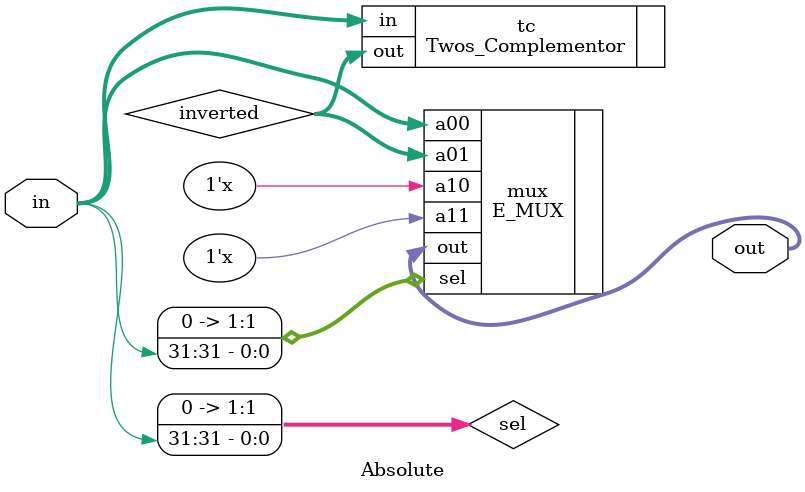
<source format=v>
module Absolute(in, out);

    parameter N = 32;

    input wire[N-1:0] in;
    output wire[N-1:0] out;

    wire[N-1:0] inverted;
    Twos_Complementor #(N) tc(.in(in), .out(inverted));

    wire[1:0] sel = {1'b0, in[N-1]};
    E_MUX #(N) mux(.a00(in), .a01(inverted), .a10(1'bz), .a11(1'bz), .sel(sel), .out(out));

endmodule

</source>
